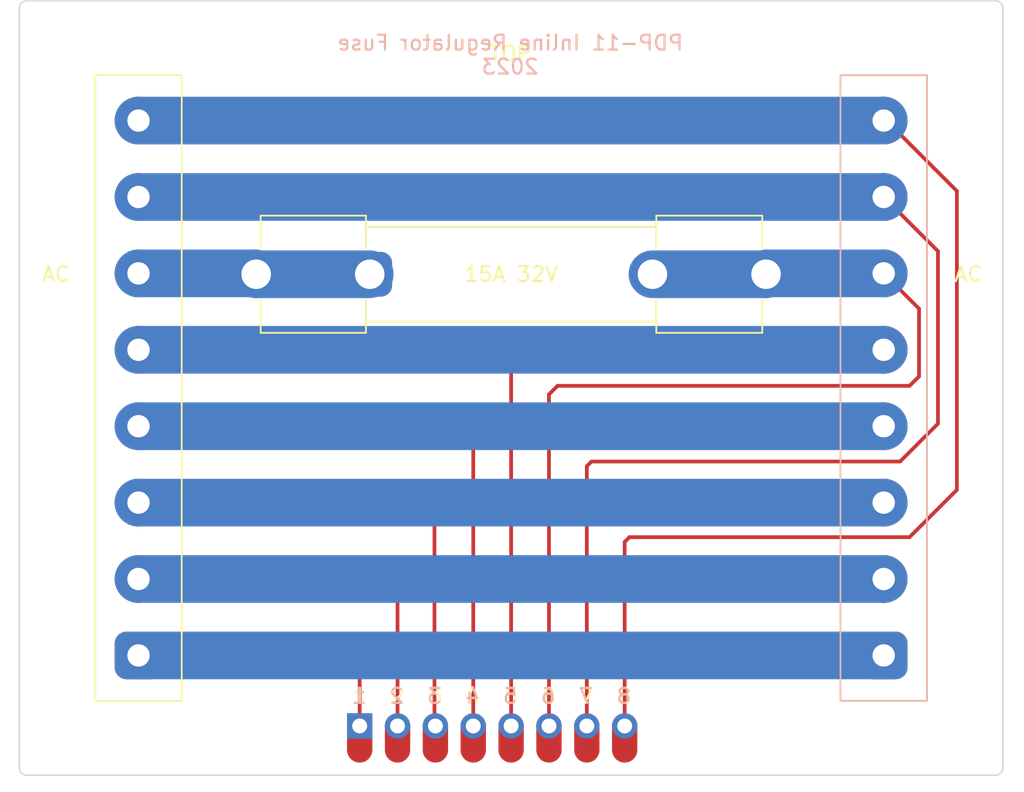
<source format=kicad_pcb>
(kicad_pcb (version 20240108) (generator "pcbnew") (generator_version "8.0")
  (layers (0 "F.Cu" signal) (31 "B.Cu" signal) (34 "B.Paste" user) (35 "F.Paste" user) (36 "B.SilkS" user "B.Silkscreen") (37 "F.SilkS" user "F.Silkscreen") (38 "B.Mask" user) (39 "F.Mask" user) (44 "Edge.Cuts" user))
  (net 0 "")
  (net 1 "Net-(J1-Pin_6)")
  (net 2 "Net-(J2-Pin_6)")
  (net 3 "Net-(J1-Pin_1)")
  (net 4 "Net-(J1-Pin_2)")
  (net 5 "Net-(J1-Pin_3)")
  (net 6 "Net-(J1-Pin_4)")
  (net 7 "Net-(J1-Pin_5)")
  (net 8 "Net-(J1-Pin_7)")
  (net 9 "Net-(J1-Pin_8)")
  (footprint "MountingHole:MountingHole_3.2mm_M3" (layer "F.Cu") (at 109.855 87.91)
    (property "Reference" "H1" (hide yes))
    (property "Value" "MountingHole")
    (pad "" np_thru_hole circle (at 0 0) (size 3.2 3.2) (drill 3.2) (layers "*.Cu" "*.Mask"))
  )
  (footprint "MountingHole:MountingHole_3.2mm_M3" (layer "F.Cu") (at 168.275 132.08)
    (property "Reference" "H4" (hide yes))
    (property "Value" "MountingHole")
    (pad "" np_thru_hole circle (at 0 0) (size 3.2 3.2) (drill 3.2) (layers "*.Cu" "*.Mask"))
  )
  (footprint "MountingHole:MountingHole_3.2mm_M3" (layer "F.Cu") (at 158.275 87.91)
    (property "Reference" "H6" (hide yes))
    (property "Value" "MountingHole")
    (pad "" np_thru_hole circle (at 0 0) (size 3.2 3.2) (drill 3.2) (layers "*.Cu" "*.Mask"))
  )
  (footprint "MountingHole:MountingHole_3.2mm_M3" (layer "F.Cu") (at 158.275 132.08)
    (property "Reference" "H7" (hide yes))
    (property "Value" "MountingHole")
    (pad "" np_thru_hole circle (at 0 0) (size 3.2 3.2) (drill 3.2) (layers "*.Cu" "*.Mask"))
  )
  (footprint "MountingHole:MountingHole_3.2mm_M3" (layer "F.Cu") (at 119.855 132.08)
    (property "Reference" "H8" (hide yes))
    (property "Value" "MountingHole")
    (pad "" np_thru_hole circle (at 0 0) (size 3.2 3.2) (drill 3.2) (layers "*.Cu" "*.Mask"))
  )
  (footprint "MountingHole:MountingHole_3.2mm_M3" (layer "F.Cu") (at 119.855 87.91)
    (property "Reference" "H5" (hide yes))
    (property "Value" "MountingHole")
    (pad "" np_thru_hole circle (at 0 0) (size 3.2 3.2) (drill 3.2) (layers "*.Cu" "*.Mask"))
  )
  (footprint "MountingHole:MountingHole_3.2mm_M3" (layer "F.Cu") (at 109.855 132.08)
    (property "Reference" "H3" (hide yes))
    (property "Value" "MountingHole")
    (pad "" np_thru_hole circle (at 0 0) (size 3.2 3.2) (drill 3.2) (layers "*.Cu" "*.Mask"))
  )
  (footprint "Connector_PDP-11:AMP-1-480459-0" (layer "F.Cu") (at 114 110 90)
    (property "Reference" "J1" (hide yes))
    (property "Value" "Conn_01x08_Female")
    (fp_line (start 21 -2.9) (end -21 -2.9) (stroke (width 0.12)) (layer "F.SilkS"))
    (fp_line (start 21 -2.9) (end 21 2.9) (stroke (width 0.12)) (layer "F.SilkS"))
    (fp_line (start -21 -2.9) (end -21 2.9) (stroke (width 0.12)) (layer "F.SilkS"))
    (fp_line (start 21 2.9) (end -21 2.9) (stroke (width 0.12)) (layer "F.SilkS"))
    (pad "1" thru_hole roundrect (at -17.955 0 90) (size 3.2 3.2) (drill 1.5) (layers "*.Cu" "*.Mask") (net 3 "Net-(J1-Pin_1)"))
    (pad "2" thru_hole circle (at -12.825 0 90) (size 3.2 3.2) (drill 1.5) (layers "*.Cu" "*.Mask") (net 4 "Net-(J1-Pin_2)"))
    (pad "3" thru_hole circle (at -7.695 0 90) (size 3.2 3.2) (drill 1.5) (layers "*.Cu" "*.Mask") (net 5 "Net-(J1-Pin_3)"))
    (pad "4" thru_hole circle (at -2.565 0 90) (size 3.2 3.2) (drill 1.5) (layers "*.Cu" "*.Mask") (net 6 "Net-(J1-Pin_4)"))
    (pad "5" thru_hole circle (at 2.565 0 90) (size 3.2 3.2) (drill 1.5) (layers "*.Cu" "*.Mask") (net 7 "Net-(J1-Pin_5)"))
    (pad "6" thru_hole circle (at 7.695 0 90) (size 3.2 3.2) (drill 1.5) (layers "*.Cu" "*.Mask") (net 1 "Net-(J1-Pin_6)"))
    (pad "7" thru_hole circle (at 12.825 0 90) (size 3.2 3.2) (drill 1.5) (layers "*.Cu" "*.Mask") (net 8 "Net-(J1-Pin_7)"))
    (pad "8" thru_hole circle (at 17.955 0 90) (size 3.2 3.2) (drill 1.5) (layers "*.Cu" "*.Mask") (net 9 "Net-(J1-Pin_8)"))
  )
  (footprint "Fuse:Fuseholder_Clip-6.3x32mm_Littelfuse_102_122_Inline_P34.21x7.62mm_D1.98mm_Horizontal" (layer "F.Cu") (at 121.895 102.362)
    (property "Reference" "F1" (hide yes))
    (property "Value" "Fuse")
    (fp_line (start 0.3 -3.935) (end 0.3 -1.75) (stroke (width 0.12)) (layer "F.SilkS"))
    (fp_line (start 0.3 3.935) (end 0.3 1.75) (stroke (width 0.12)) (layer "F.SilkS"))
    (fp_line (start 7.365 -3.935) (end 0.3 -3.935) (stroke (width 0.12)) (layer "F.SilkS"))
    (fp_line (start 7.365 -3.935) (end 7.365 -1.75) (stroke (width 0.12)) (layer "F.SilkS"))
    (fp_line (start 7.365 3.935) (end 0.3 3.935) (stroke (width 0.12)) (layer "F.SilkS"))
    (fp_line (start 7.365 3.935) (end 7.365 1.75) (stroke (width 0.12)) (layer "F.SilkS"))
    (fp_line (start 26.845 -3.935) (end 26.845 -1.75) (stroke (width 0.12)) (layer "F.SilkS"))
    (fp_line (start 26.845 -3.175) (end 7.365 -3.175) (stroke (width 0.12)) (layer "F.SilkS"))
    (fp_line (start 26.845 3.175) (end 7.365 3.175) (stroke (width 0.12)) (layer "F.SilkS"))
    (fp_line (start 26.845 3.935) (end 26.845 1.75) (stroke (width 0.12)) (layer "F.SilkS"))
    (fp_line (start 26.845 3.935) (end 33.955 3.935) (stroke (width 0.12)) (layer "F.SilkS"))
    (fp_line (start 33.955 -3.935) (end 26.845 -3.935) (stroke (width 0.12)) (layer "F.SilkS"))
    (fp_line (start 33.955 -1.75) (end 33.955 -3.935) (stroke (width 0.12)) (layer "F.SilkS"))
    (fp_line (start 33.955 1.75) (end 33.955 3.935) (stroke (width 0.12)) (layer "F.SilkS"))
    (pad "1" thru_hole roundrect (at 0 0) (size 3 3) (drill 1.98) (layers "*.Cu" "*.Mask") (net 1 "Net-(J1-Pin_6)"))
    (pad "1" thru_hole roundrect (at 7.62 0) (size 3 3) (drill 1.98) (layers "*.Cu" "*.Mask") (net 1 "Net-(J1-Pin_6)"))
    (pad "2" thru_hole circle (at 26.59 0) (size 3 3) (drill 1.98) (layers "*.Cu" "*.Mask") (net 2 "Net-(J2-Pin_6)"))
    (pad "2" thru_hole circle (at 34.21 0) (size 3 3) (drill 1.98) (layers "*.Cu" "*.Mask") (net 2 "Net-(J2-Pin_6)"))
  )
  (footprint "MountingHole:MountingHole_3.2mm_M3" (layer "F.Cu") (at 168.275 87.91)
    (property "Reference" "H2" (hide yes))
    (property "Value" "MountingHole")
    (pad "" np_thru_hole circle (at 0 0) (size 3.2 3.2) (drill 3.2) (layers "*.Cu" "*.Mask"))
  )
  (footprint "Connector_PinSocket_2.54mm:PinSocket_1x08_P2.54mm_Vertical" (layer "F.Cu") (at 128.84 132.69 90)
    (property "Reference" "J3" (hide yes))
    (property "Value" "Conn_01x08_Male")
    (pad "1" thru_hole rect (at 0 0 90) (size 1.7 1.7) (drill 1) (layers "*.Cu" "*.Mask") (net 3 "Net-(J1-Pin_1)"))
    (pad "2" thru_hole oval (at 0 2.54 90) (size 1.7 1.7) (drill 1) (layers "*.Cu" "*.Mask") (net 4 "Net-(J1-Pin_2)"))
    (pad "3" thru_hole oval (at 0 5.08 90) (size 1.7 1.7) (drill 1) (layers "*.Cu" "*.Mask") (net 5 "Net-(J1-Pin_3)"))
    (pad "4" thru_hole oval (at 0 7.62 90) (size 1.7 1.7) (drill 1) (layers "*.Cu" "*.Mask") (net 6 "Net-(J1-Pin_4)"))
    (pad "5" thru_hole oval (at 0 10.16 90) (size 1.7 1.7) (drill 1) (layers "*.Cu" "*.Mask") (net 7 "Net-(J1-Pin_5)"))
    (pad "6" thru_hole oval (at 0 12.7 90) (size 1.7 1.7) (drill 1) (layers "*.Cu" "*.Mask") (net 2 "Net-(J2-Pin_6)"))
    (pad "7" thru_hole oval (at 0 15.24 90) (size 1.7 1.7) (drill 1) (layers "*.Cu" "*.Mask") (net 8 "Net-(J1-Pin_7)"))
    (pad "8" thru_hole oval (at 0 17.78 90) (size 1.7 1.7) (drill 1) (layers "*.Cu" "*.Mask") (net 9 "Net-(J1-Pin_8)"))
  )
  (footprint "Connector_PDP-11:AMP-1-480460-0" (layer "B.Cu") (at 164 110 90)
    (property "Reference" "J2" (hide yes))
    (property "Value" "Conn_01x08_Male")
    (fp_line (start 21 -2.9) (end -21 -2.9) (stroke (width 0.12)) (layer "B.SilkS"))
    (fp_line (start 21 2.9) (end 21 -2.9) (stroke (width 0.12)) (layer "B.SilkS"))
    (fp_line (start 21 2.9) (end -21 2.9) (stroke (width 0.12)) (layer "B.SilkS"))
    (fp_line (start -21 2.9) (end -21 -2.9) (stroke (width 0.12)) (layer "B.SilkS"))
    (pad "1" thru_hole roundrect (at -17.955 0 90) (size 3.2 3.2) (drill 1.5) (layers "*.Cu" "*.Mask") (net 3 "Net-(J1-Pin_1)"))
    (pad "2" thru_hole circle (at -12.825 0 90) (size 3.2 3.2) (drill 1.5) (layers "*.Cu" "*.Mask") (net 4 "Net-(J1-Pin_2)"))
    (pad "3" thru_hole circle (at -7.695 0 90) (size 3.2 3.2) (drill 1.5) (layers "*.Cu" "*.Mask") (net 5 "Net-(J1-Pin_3)"))
    (pad "4" thru_hole circle (at -2.565 0 90) (size 3.2 3.2) (drill 1.5) (layers "*.Cu" "*.Mask") (net 6 "Net-(J1-Pin_4)"))
    (pad "5" thru_hole circle (at 2.565 0 90) (size 3.2 3.2) (drill 1.5) (layers "*.Cu" "*.Mask") (net 7 "Net-(J1-Pin_5)"))
    (pad "6" thru_hole circle (at 7.695 0 90) (size 3.2 3.2) (drill 1.5) (layers "*.Cu" "*.Mask") (net 2 "Net-(J2-Pin_6)"))
    (pad "7" thru_hole circle (at 12.825 0 90) (size 3.2 3.2) (drill 1.5) (layers "*.Cu" "*.Mask") (net 8 "Net-(J1-Pin_7)"))
    (pad "8" thru_hole circle (at 17.955 0 90) (size 3.2 3.2) (drill 1.5) (layers "*.Cu" "*.Mask") (net 9 "Net-(J1-Pin_8)"))
  )
  (gr_arc (start 171.5 84) (mid 171.853553 84.146447) (end 172 84.5) (stroke (width 0.1)) (layer "Edge.Cuts"))
  (gr_line (start 172 84.5) (end 172 135.5) (stroke (width 0.1)) (layer "Edge.Cuts"))
  (gr_arc (start 106.5 136) (mid 106.146447 135.853553) (end 106 135.5) (stroke (width 0.1)) (layer "Edge.Cuts"))
  (gr_arc (start 172 135.5) (mid 171.853553 135.853553) (end 171.5 136) (stroke (width 0.1)) (layer "Edge.Cuts"))
  (gr_line (start 106 135.5) (end 106 84.5) (stroke (width 0.1)) (layer "Edge.Cuts"))
  (gr_arc (start 106 84.5) (mid 106.146447 84.146447) (end 106.5 84) (stroke (width 0.1)) (layer "Edge.Cuts"))
  (gr_line (start 106.5 84) (end 171.5 84) (stroke (width 0.1)) (layer "Edge.Cuts"))
  (gr_line (start 171.5 136) (end 106.5 136) (stroke (width 0.1)) (layer "Edge.Cuts"))
  (gr_text "7" (at 144.018 130.683 0) (layer "B.SilkS") (effects (font (size 1 1)) (justify mirror)))
  (gr_text "5" (at 138.938 130.683 0) (layer "B.SilkS") (effects (font (size 1 1)) (justify mirror)))
  (gr_text "8" (at 146.558 130.683 0) (layer "B.SilkS") (effects (font (size 1 1)) (justify mirror)))
  (gr_text "6" (at 141.478 130.683 0) (layer "B.SilkS") (effects (font (size 1 1)) (justify mirror)))
  (gr_text "2" (at 131.318 130.683 0) (layer "B.SilkS") (effects (font (size 1 1)) (justify mirror)))
  (gr_text "4" (at 136.398 130.683 0) (layer "B.SilkS") (effects (font (size 1 1)) (justify mirror)))
  (gr_text "1" (at 128.778 130.683 0) (layer "B.SilkS") (effects (font (size 1 1)) (justify mirror)))
  (gr_text "PDP-11 Inline Regulator Fuse\n2023" (at 138.938 87.63 0) (layer "B.SilkS") (effects (font (size 1 1)) (justify mirror)))
  (gr_text "3\n" (at 133.858 130.683 0) (layer "B.SilkS") (effects (font (size 1 1)) (justify mirror)))
  (gr_text "2" (at 131.38 130.683 0) (layer "F.SilkS") (effects (font (size 1 1))))
  (gr_text "5" (at 139 130.683 0) (layer "F.SilkS") (effects (font (size 1 1))))
  (gr_text "TOP" (at 137.4648 88.138 0) (layer "F.SilkS") (effects (font (size 1 1)) (justify left bottom)))
  (gr_text "7" (at 144.08 130.683 0) (layer "F.SilkS") (effects (font (size 1 1))))
  (gr_text "6" (at 141.54 130.683 0) (layer "F.SilkS") (effects (font (size 1 1))))
  (gr_text "4" (at 136.46 130.683 0) (layer "F.SilkS") (effects (font (size 1 1))))
  (gr_text "15A 32V" (at 139 102.362 0) (layer "F.SilkS") (effects (font (size 1 1))))
  (gr_text "AC" (at 169.672 102.362 0) (layer "F.SilkS") (effects (font (size 1 1))))
  (gr_text "AC" (at 108.458 102.362 0) (layer "F.SilkS") (effects (font (size 1 1))))
  (gr_text "1" (at 128.84 130.683 0) (layer "F.SilkS") (effects (font (size 1 1))))
  (gr_text "3\n" (at 133.92 130.683 0) (layer "F.SilkS") (effects (font (size 1 1))))
  (gr_text "8" (at 146.62 130.683 0) (layer "F.SilkS") (effects (font (size 1 1))))
  (segment (start 121.895 102.362) (end 129.515 102.362) (width 3.2) (layer "B.Cu") (net 1))
  (segment (start 114 102.305) (end 121.838 102.305) (width 3.2) (layer "B.Cu") (net 1))
  (segment (start 121.838 102.305) (end 121.895 102.362) (width 3.2) (layer "B.Cu") (net 1))
  (segment (start 141.54 110.428) (end 142.113 109.855) (width 0.25) (layer "F.Cu") (net 2))
  (segment (start 142.113 109.855) (end 165.735 109.855) (width 0.25) (layer "F.Cu") (net 2))
  (segment (start 166.37 104.675) (end 164 102.305) (width 0.25) (layer "F.Cu") (net 2))
  (segment (start 166.37 109.22) (end 166.37 104.675) (width 0.25) (layer "F.Cu") (net 2))
  (segment (start 141.54 132.69) (end 141.54 134.301) (width 1.7) (layer "F.Cu") (net 2))
  (segment (start 165.735 109.855) (end 166.37 109.22) (width 0.25) (layer "F.Cu") (net 2))
  (segment (start 141.54 132.69) (end 141.54 110.428) (width 0.25) (layer "F.Cu") (net 2))
  (segment (start 148.485 102.362) (end 156.105 102.362) (width 3.2) (layer "B.Cu") (net 2))
  (segment (start 156.162 102.305) (end 156.105 102.362) (width 3.2) (layer "B.Cu") (net 2))
  (segment (start 164 102.305) (end 156.162 102.305) (width 3.2) (layer "B.Cu") (net 2))
  (segment (start 128.84 132.69) (end 128.84 128.84) (width 0.25) (layer "F.Cu") (net 3))
  (segment (start 128.84 132.69) (end 128.84 134.301) (width 1.7) (layer "F.Cu") (net 3))
  (segment (start 127.955 127.955) (end 114 127.955) (width 0.25) (layer "F.Cu") (net 3))
  (segment (start 128.84 128.84) (end 127.955 127.955) (width 0.25) (layer "F.Cu") (net 3))
  (segment (start 164 127.955) (end 114 127.955) (width 3.2) (layer "B.Cu") (net 3))
  (segment (start 131.38 132.69) (end 131.38 123.252) (width 0.25) (layer "F.Cu") (net 4))
  (segment (start 131.38 132.69) (end 131.38 134.301) (width 1.7) (layer "F.Cu") (net 4))
  (segment (start 114.111 122.936) (end 114 122.825) (width 0.25) (layer "F.Cu") (net 4))
  (segment (start 131.38 123.252) (end 131.064 122.936) (width 0.25) (layer "F.Cu") (net 4))
  (segment (start 131.064 122.936) (end 114.111 122.936) (width 0.25) (layer "F.Cu") (net 4))
  (segment (start 114 122.825) (end 164 122.825) (width 3.2) (layer "B.Cu") (net 4))
  (segment (start 133.858 118.364) (end 133.189 117.695) (width 0.25) (layer "F.Cu") (net 5))
  (segment (start 133.92 132.69) (end 133.92 134.301) (width 1.7) (layer "F.Cu") (net 5))
  (segment (start 133.189 117.695) (end 114 117.695) (width 0.25) (layer "F.Cu") (net 5))
  (segment (start 133.858 132.628) (end 133.858 118.364) (width 0.25) (layer "F.Cu") (net 5))
  (segment (start 133.92 132.69) (end 133.858 132.628) (width 0.25) (layer "F.Cu") (net 5))
  (segment (start 164 117.695) (end 114 117.695) (width 3.2) (layer "B.Cu") (net 5))
  (segment (start 136.46 112.584) (end 136.441 112.565) (width 0.25) (layer "F.Cu") (net 6))
  (segment (start 136.46 132.69) (end 136.46 112.584) (width 0.25) (layer "F.Cu") (net 6))
  (segment (start 136.46 132.69) (end 136.46 134.301) (width 1.7) (layer "F.Cu") (net 6))
  (segment (start 136.441 112.565) (end 114 112.565) (width 0.25) (layer "F.Cu") (net 6))
  (segment (start 114 112.565) (end 164 112.565) (width 3.2) (layer "B.Cu") (net 6))
  (segment (start 139 132.69) (end 139 107.888) (width 0.25) (layer "F.Cu") (net 7))
  (segment (start 139 132.69) (end 139 134.301) (width 1.7) (layer "F.Cu") (net 7))
  (segment (start 139.453 107.435) (end 164 107.435) (width 0.25) (layer "F.Cu") (net 7))
  (segment (start 139 107.888) (end 139.453 107.435) (width 0.25) (layer "F.Cu") (net 7))
  (segment (start 164 107.435) (end 114 107.435) (width 3.2) (layer "B.Cu") (net 7))
  (segment (start 144.08 132.69) (end 144.08 134.301) (width 1.7) (layer "F.Cu") (net 8))
  (segment (start 167.64 112.395) (end 167.64 100.815) (width 0.25) (layer "F.Cu") (net 8))
  (segment (start 165.1 114.935) (end 167.64 112.395) (width 0.25) (layer "F.Cu") (net 8))
  (segment (start 144.08 115.254) (end 144.399 114.935) (width 0.25) (layer "F.Cu") (net 8))
  (segment (start 144.08 132.69) (end 144.08 115.254) (width 0.25) (layer "F.Cu") (net 8))
  (segment (start 167.64 100.815) (end 164 97.175) (width 0.25) (layer "F.Cu") (net 8))
  (segment (start 144.399 114.935) (end 165.1 114.935) (width 0.25) (layer "F.Cu") (net 8))
  (segment (start 164 97.175) (end 114 97.175) (width 3.2) (layer "B.Cu") (net 8))
  (segment (start 168.91 96.774) (end 164.181 92.045) (width 0.25) (layer "F.Cu") (net 9))
  (segment (start 165.735 120.015) (end 168.91 116.84) (width 0.25) (layer "F.Cu") (net 9))
  (segment (start 168.91 116.84) (end 168.91 96.774) (width 0.25) (layer "F.Cu") (net 9))
  (segment (start 146.62 120.334) (end 146.939 120.015) (width 0.25) (layer "F.Cu") (net 9))
  (segment (start 146.62 132.69) (end 146.62 134.301) (width 1.7) (layer "F.Cu") (net 9))
  (segment (start 164.181 92.045) (end 164 92.045) (width 0.25) (layer "F.Cu") (net 9))
  (segment (start 146.62 132.69) (end 146.62 120.334) (width 0.25) (layer "F.Cu") (net 9))
  (segment (start 146.939 120.015) (end 165.735 120.015) (width 0.25) (layer "F.Cu") (net 9))
  (segment (start 114 92.045) (end 164 92.045) (width 3.2) (layer "B.Cu") (net 9))
)
</source>
